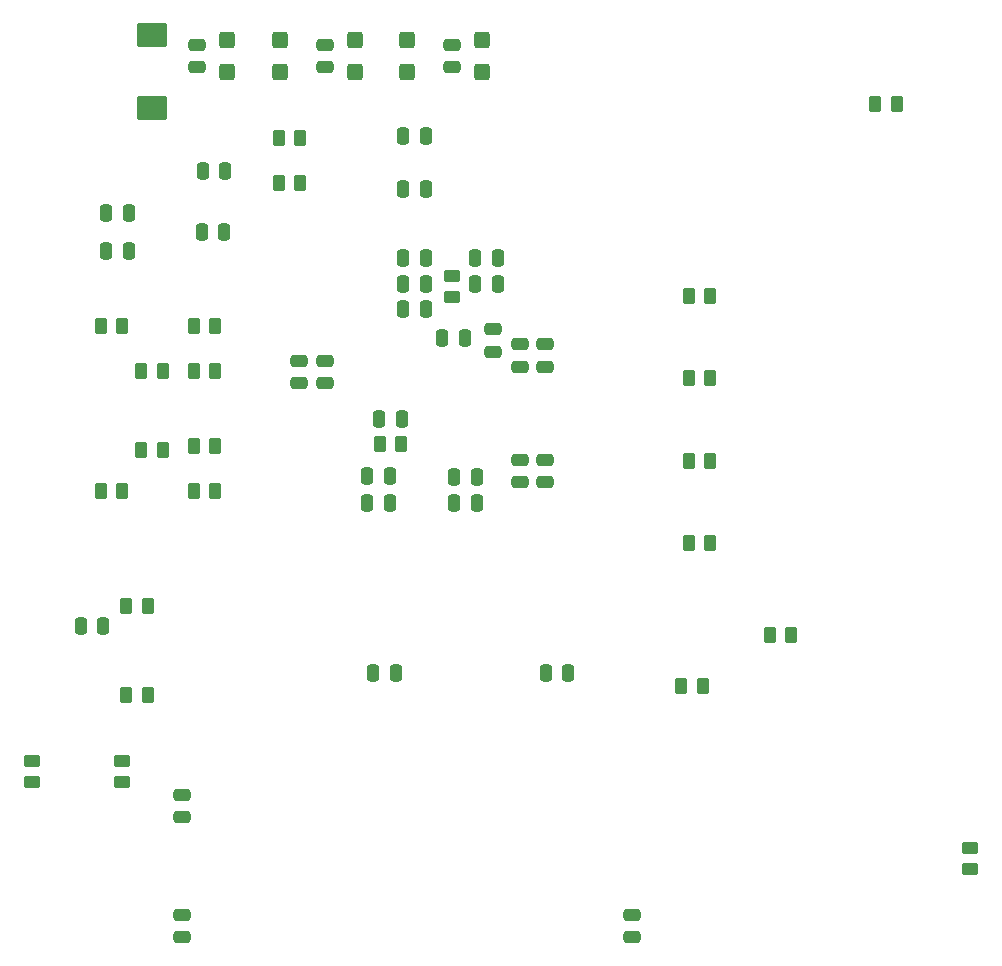
<source format=gbr>
%TF.GenerationSoftware,KiCad,Pcbnew,9.0.2+1*%
%TF.CreationDate,2025-07-26T23:48:39+01:00*%
%TF.ProjectId,ICE40HXDevBoard,49434534-3048-4584-9465-76426f617264,rev?*%
%TF.SameCoordinates,Original*%
%TF.FileFunction,Paste,Bot*%
%TF.FilePolarity,Positive*%
%FSLAX46Y46*%
G04 Gerber Fmt 4.6, Leading zero omitted, Abs format (unit mm)*
G04 Created by KiCad (PCBNEW 9.0.2+1) date 2025-07-26 23:48:39*
%MOMM*%
%LPD*%
G01*
G04 APERTURE LIST*
G04 Aperture macros list*
%AMRoundRect*
0 Rectangle with rounded corners*
0 $1 Rounding radius*
0 $2 $3 $4 $5 $6 $7 $8 $9 X,Y pos of 4 corners*
0 Add a 4 corners polygon primitive as box body*
4,1,4,$2,$3,$4,$5,$6,$7,$8,$9,$2,$3,0*
0 Add four circle primitives for the rounded corners*
1,1,$1+$1,$2,$3*
1,1,$1+$1,$4,$5*
1,1,$1+$1,$6,$7*
1,1,$1+$1,$8,$9*
0 Add four rect primitives between the rounded corners*
20,1,$1+$1,$2,$3,$4,$5,0*
20,1,$1+$1,$4,$5,$6,$7,0*
20,1,$1+$1,$6,$7,$8,$9,0*
20,1,$1+$1,$8,$9,$2,$3,0*%
G04 Aperture macros list end*
%ADD10RoundRect,0.250000X0.475000X-0.250000X0.475000X0.250000X-0.475000X0.250000X-0.475000X-0.250000X0*%
%ADD11RoundRect,0.250000X0.262500X0.450000X-0.262500X0.450000X-0.262500X-0.450000X0.262500X-0.450000X0*%
%ADD12RoundRect,0.250000X-0.262500X-0.450000X0.262500X-0.450000X0.262500X0.450000X-0.262500X0.450000X0*%
%ADD13RoundRect,0.250000X-0.475000X0.250000X-0.475000X-0.250000X0.475000X-0.250000X0.475000X0.250000X0*%
%ADD14RoundRect,0.250000X-0.450000X0.262500X-0.450000X-0.262500X0.450000X-0.262500X0.450000X0.262500X0*%
%ADD15RoundRect,0.250000X-0.250000X-0.475000X0.250000X-0.475000X0.250000X0.475000X-0.250000X0.475000X0*%
%ADD16RoundRect,0.250000X0.250000X0.475000X-0.250000X0.475000X-0.250000X-0.475000X0.250000X-0.475000X0*%
%ADD17RoundRect,0.250000X0.425000X-0.450000X0.425000X0.450000X-0.425000X0.450000X-0.425000X-0.450000X0*%
%ADD18RoundRect,0.250000X1.025000X-0.787500X1.025000X0.787500X-1.025000X0.787500X-1.025000X-0.787500X0*%
%ADD19RoundRect,0.250000X0.450000X-0.262500X0.450000X0.262500X-0.450000X0.262500X-0.450000X-0.262500X0*%
G04 APERTURE END LIST*
D10*
%TO.C,C30*%
X219964000Y-112317250D03*
X219964000Y-110417250D03*
%TD*%
D11*
%TO.C,R24*%
X184150000Y-99060000D03*
X182325000Y-99060000D03*
%TD*%
D12*
%TO.C,R34*%
X185777500Y-109601000D03*
X187602500Y-109601000D03*
%TD*%
%TO.C,R2*%
X205970500Y-109081250D03*
X207795500Y-109081250D03*
%TD*%
D13*
%TO.C,C4*%
X217805000Y-100638250D03*
X217805000Y-102538250D03*
%TD*%
D14*
%TO.C,R8*%
X176530000Y-135866500D03*
X176530000Y-137691500D03*
%TD*%
D15*
%TO.C,C31*%
X220030000Y-128427500D03*
X221930000Y-128427500D03*
%TD*%
D16*
%TO.C,C26*%
X206817000Y-111760000D03*
X204917000Y-111760000D03*
%TD*%
D13*
%TO.C,C29*%
X215519000Y-99368250D03*
X215519000Y-101268250D03*
%TD*%
%TO.C,C34*%
X189230000Y-148910000D03*
X189230000Y-150810000D03*
%TD*%
D16*
%TO.C,C27*%
X209865000Y-97651250D03*
X207965000Y-97651250D03*
%TD*%
D12*
%TO.C,R29*%
X190222500Y-102870000D03*
X192047500Y-102870000D03*
%TD*%
D16*
%TO.C,C28*%
X206817000Y-114034250D03*
X204917000Y-114034250D03*
%TD*%
D11*
%TO.C,R12*%
X233957500Y-117475000D03*
X232132500Y-117475000D03*
%TD*%
D13*
%TO.C,C20*%
X227330000Y-148910000D03*
X227330000Y-150810000D03*
%TD*%
D15*
%TO.C,C15*%
X214061000Y-95492250D03*
X215961000Y-95492250D03*
%TD*%
D12*
%TO.C,R28*%
X190222500Y-99060000D03*
X192047500Y-99060000D03*
%TD*%
D10*
%TO.C,C6*%
X217805000Y-112317250D03*
X217805000Y-110417250D03*
%TD*%
D11*
%TO.C,R16*%
X186332500Y-130302000D03*
X184507500Y-130302000D03*
%TD*%
D17*
%TO.C,C14*%
X203835000Y-77550000D03*
X203835000Y-74850000D03*
%TD*%
D18*
%TO.C,C1*%
X186690000Y-80645000D03*
X186690000Y-74420000D03*
%TD*%
D11*
%TO.C,R23*%
X187602500Y-102870000D03*
X185777500Y-102870000D03*
%TD*%
D15*
%TO.C,C12*%
X214061000Y-93333250D03*
X215961000Y-93333250D03*
%TD*%
D16*
%TO.C,C8*%
X214183000Y-111875250D03*
X212283000Y-111875250D03*
%TD*%
D12*
%TO.C,R32*%
X190222500Y-109220000D03*
X192047500Y-109220000D03*
%TD*%
D16*
%TO.C,C16*%
X213167000Y-100064250D03*
X211267000Y-100064250D03*
%TD*%
D13*
%TO.C,C35*%
X189230000Y-138750000D03*
X189230000Y-140650000D03*
%TD*%
D12*
%TO.C,R31*%
X190222500Y-113030000D03*
X192047500Y-113030000D03*
%TD*%
D16*
%TO.C,C11*%
X209865000Y-93333250D03*
X207965000Y-93333250D03*
%TD*%
D13*
%TO.C,C5*%
X219964000Y-100638250D03*
X219964000Y-102538250D03*
%TD*%
D17*
%TO.C,C21*%
X208255000Y-77550000D03*
X208255000Y-74850000D03*
%TD*%
D16*
%TO.C,C19*%
X192881125Y-85915500D03*
X190981125Y-85915500D03*
%TD*%
D12*
%TO.C,R20*%
X197402125Y-83185000D03*
X199227125Y-83185000D03*
%TD*%
D16*
%TO.C,C33*%
X209865000Y-83015000D03*
X207965000Y-83015000D03*
%TD*%
D19*
%TO.C,R9*%
X212090000Y-96635250D03*
X212090000Y-94810250D03*
%TD*%
D16*
%TO.C,C40*%
X192815125Y-91122500D03*
X190915125Y-91122500D03*
%TD*%
D19*
%TO.C,R35*%
X255905000Y-145057500D03*
X255905000Y-143232500D03*
%TD*%
D12*
%TO.C,R21*%
X197402125Y-86995000D03*
X199227125Y-86995000D03*
%TD*%
D10*
%TO.C,C22*%
X212065000Y-77150000D03*
X212065000Y-75250000D03*
%TD*%
D11*
%TO.C,R1*%
X240815500Y-125222000D03*
X238990500Y-125222000D03*
%TD*%
%TO.C,R30*%
X233957500Y-96520000D03*
X232132500Y-96520000D03*
%TD*%
D10*
%TO.C,C9*%
X199136000Y-103935250D03*
X199136000Y-102035250D03*
%TD*%
D12*
%TO.C,R3*%
X231497500Y-129540000D03*
X233322500Y-129540000D03*
%TD*%
D16*
%TO.C,C38*%
X184719000Y-92710000D03*
X182819000Y-92710000D03*
%TD*%
%TO.C,C17*%
X209865000Y-95492250D03*
X207965000Y-95492250D03*
%TD*%
%TO.C,C18*%
X209865000Y-87503000D03*
X207965000Y-87503000D03*
%TD*%
D12*
%TO.C,R33*%
X182325000Y-113030000D03*
X184150000Y-113030000D03*
%TD*%
D10*
%TO.C,C3*%
X190500000Y-77150000D03*
X190500000Y-75250000D03*
%TD*%
D14*
%TO.C,R13*%
X184150000Y-135866500D03*
X184150000Y-137691500D03*
%TD*%
D11*
%TO.C,R10*%
X233957500Y-103505000D03*
X232132500Y-103505000D03*
%TD*%
D17*
%TO.C,C24*%
X214605000Y-77550000D03*
X214605000Y-74850000D03*
%TD*%
D15*
%TO.C,C23*%
X205933000Y-106922250D03*
X207833000Y-106922250D03*
%TD*%
D10*
%TO.C,C10*%
X201295000Y-77150000D03*
X201295000Y-75250000D03*
%TD*%
D16*
%TO.C,C7*%
X214183000Y-114034250D03*
X212283000Y-114034250D03*
%TD*%
D12*
%TO.C,R15*%
X184507500Y-122809000D03*
X186332500Y-122809000D03*
%TD*%
D17*
%TO.C,C13*%
X193040000Y-77550000D03*
X193040000Y-74850000D03*
%TD*%
D10*
%TO.C,C25*%
X201295000Y-103935250D03*
X201295000Y-102035250D03*
%TD*%
D11*
%TO.C,R11*%
X233957500Y-110490000D03*
X232132500Y-110490000D03*
%TD*%
D15*
%TO.C,C32*%
X205425000Y-128427500D03*
X207325000Y-128427500D03*
%TD*%
D12*
%TO.C,R36*%
X247904000Y-80264000D03*
X249729000Y-80264000D03*
%TD*%
D16*
%TO.C,C39*%
X184719000Y-89535000D03*
X182819000Y-89535000D03*
%TD*%
%TO.C,C36*%
X182560000Y-124460000D03*
X180660000Y-124460000D03*
%TD*%
D17*
%TO.C,C2*%
X197485000Y-77550000D03*
X197485000Y-74850000D03*
%TD*%
M02*

</source>
